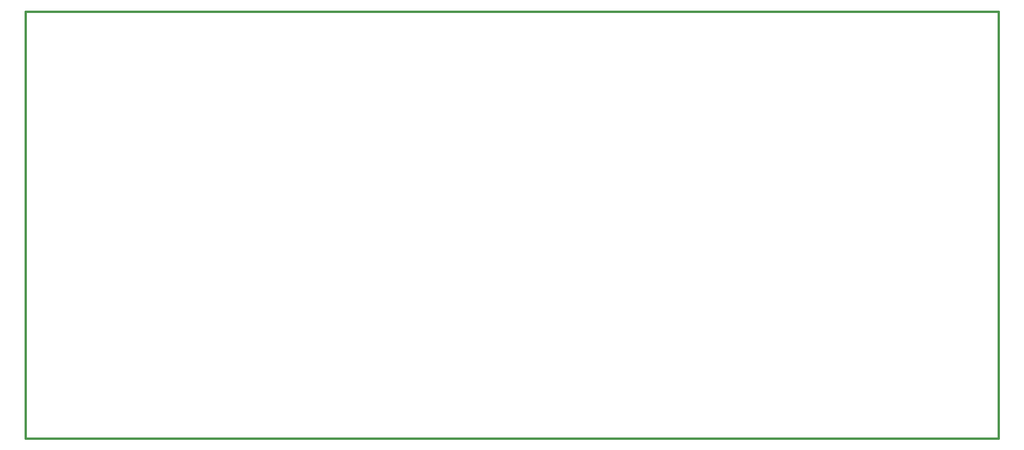
<source format=gbr>
G04 (created by PCBNEW-RS274X (2011-05-25)-stable) date Fri 12 Oct 2012 09:19:42 AM PDT*
G01*
G70*
G90*
%MOIN*%
G04 Gerber Fmt 3.4, Leading zero omitted, Abs format*
%FSLAX34Y34*%
G04 APERTURE LIST*
%ADD10C,0.006000*%
%ADD11C,0.015000*%
G04 APERTURE END LIST*
G54D10*
G54D11*
X89685Y-12008D02*
X89685Y-42717D01*
X19685Y-12008D02*
X19685Y-42717D01*
X89685Y-12008D02*
X19685Y-12008D01*
X89685Y-42717D02*
X19685Y-42717D01*
M02*

</source>
